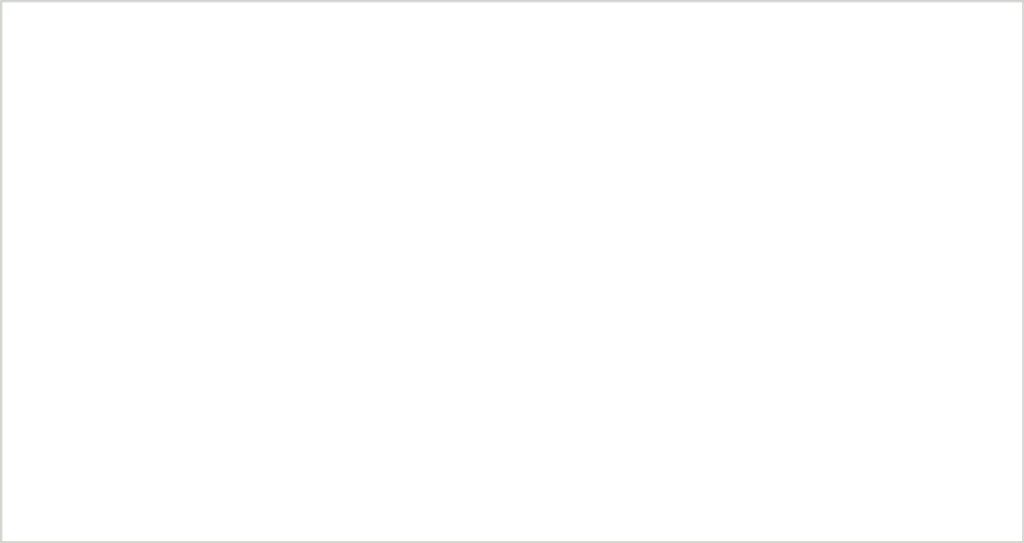
<source format=kicad_pcb>
(kicad_pcb (version 20221018) (generator pcbnew)

  (general
    (thickness 1.6)
  )

  (paper "A4")
  (layers
    (0 "F.Cu" signal)
    (31 "B.Cu" signal)
    (32 "B.Adhes" user "B.Adhesive")
    (33 "F.Adhes" user "F.Adhesive")
    (34 "B.Paste" user)
    (35 "F.Paste" user)
    (36 "B.SilkS" user "B.Silkscreen")
    (37 "F.SilkS" user "F.Silkscreen")
    (38 "B.Mask" user)
    (39 "F.Mask" user)
    (40 "Dwgs.User" user "User.Drawings")
    (41 "Cmts.User" user "User.Comments")
    (42 "Eco1.User" user "User.Eco1")
    (43 "Eco2.User" user "User.Eco2")
    (44 "Edge.Cuts" user)
    (45 "Margin" user)
    (46 "B.CrtYd" user "B.Courtyard")
    (47 "F.CrtYd" user "F.Courtyard")
    (48 "B.Fab" user)
    (49 "F.Fab" user)
    (50 "User.1" user)
    (51 "User.2" user)
    (52 "User.3" user)
    (53 "User.4" user)
    (54 "User.5" user)
    (55 "User.6" user)
    (56 "User.7" user)
    (57 "User.8" user)
    (58 "User.9" user)
  )

  (setup
    (pad_to_mask_clearance 0)
    (pcbplotparams
      (layerselection 0x00010fc_ffffffff)
      (plot_on_all_layers_selection 0x0000000_00000000)
      (disableapertmacros false)
      (usegerberextensions false)
      (usegerberattributes true)
      (usegerberadvancedattributes true)
      (creategerberjobfile true)
      (dashed_line_dash_ratio 12.000000)
      (dashed_line_gap_ratio 3.000000)
      (svgprecision 4)
      (plotframeref false)
      (viasonmask false)
      (mode 1)
      (useauxorigin false)
      (hpglpennumber 1)
      (hpglpenspeed 20)
      (hpglpendiameter 15.000000)
      (dxfpolygonmode true)
      (dxfimperialunits true)
      (dxfusepcbnewfont true)
      (psnegative false)
      (psa4output false)
      (plotreference true)
      (plotvalue true)
      (plotinvisibletext false)
      (sketchpadsonfab false)
      (subtractmaskfromsilk false)
      (outputformat 1)
      (mirror false)
      (drillshape 1)
      (scaleselection 1)
      (outputdirectory "")
    )
  )

  (net 0 "")

  (gr_rect (start 45.72 55.88) (end 88.9 78.74)
    (stroke (width 0.1) (type default)) (fill none) (layer "Edge.Cuts") (tstamp 81e2c547-7c8a-4cef-8f22-91f200ca3f35))

)

</source>
